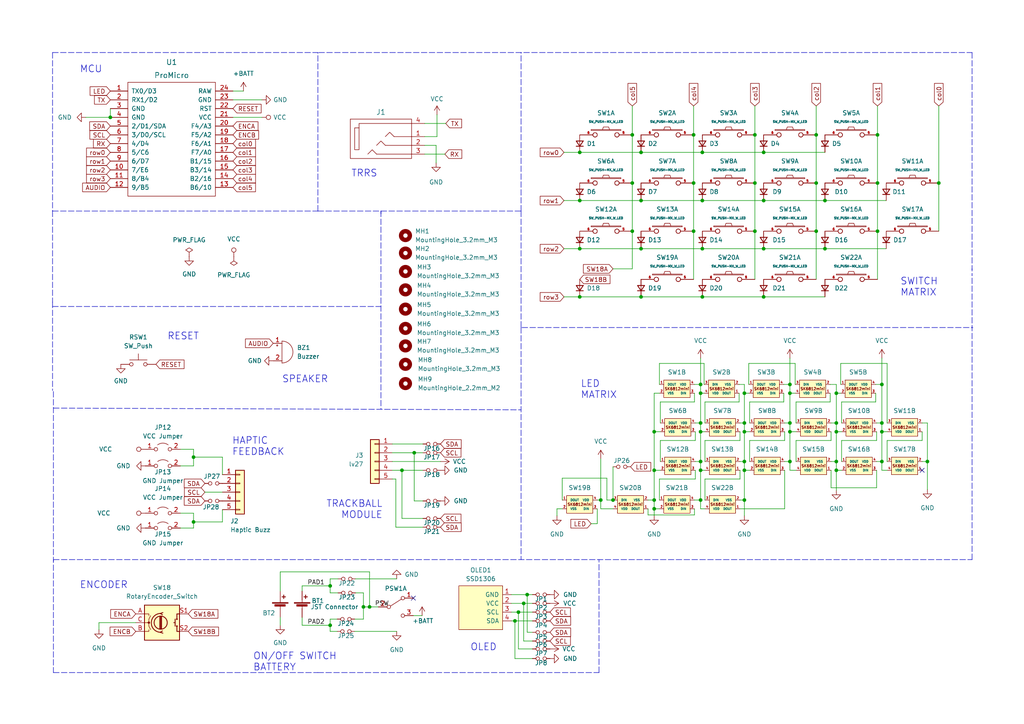
<source format=kicad_sch>
(kicad_sch (version 20231120) (generator "eeschema") (generator_version "8.0")
  (paper "A4")
  (title_block (title "Klor Split Keyboard") (date "2022-06-21") (rev "1.3") (comment 1 "Schematic based on Sofle") (comment 2 "Author: GEIST"))
  (junction (at 185.928 86.106))
  (junction (at 174.244 145.034))
  (junction (at 189.738 147.574))
  (junction (at 116.586 136.398))
  (junction (at 203.2 125.222))
  (junction (at 152.908 172.466))
  (junction (at 272.288 53.086))
  (junction (at 120.142 131.318))
  (junction (at 56.134 132.588))
  (junction (at 221.488 86.106))
  (junction (at 32.004 34.036))
  (junction (at 215.9 122.682))
  (junction (at 189.738 145.034))
  (junction (at 203.2 122.682))
  (junction (at 255.778 133.858))
  (junction (at 203.708 44.196))
  (junction (at 95.758 181.356))
  (junction (at 218.948 67.056))
  (junction (at 185.928 72.136))
  (junction (at 183.388 67.056))
  (junction (at 201.168 67.056))
  (junction (at 203.708 86.106))
  (junction (at 203.2 133.858))
  (junction (at 56.134 151.384))
  (junction (at 201.168 39.116))
  (junction (at 239.268 72.136))
  (junction (at 168.148 86.106))
  (junction (at 203.2 111.506))
  (junction (at 215.9 125.222))
  (junction (at 185.928 58.166))
  (junction (at 215.9 136.398))
  (junction (at 229.108 114.046))
  (junction (at 255.778 111.506))
  (junction (at 203.708 72.136))
  (junction (at 221.488 58.166))
  (junction (at 183.388 39.116))
  (junction (at 254.508 53.086))
  (junction (at 107.188 176.022))
  (junction (at 95.758 169.926))
  (junction (at 168.148 72.136))
  (junction (at 268.986 133.858))
  (junction (at 185.928 44.196))
  (junction (at 201.168 53.086))
  (junction (at 229.108 133.858))
  (junction (at 242.57 114.046))
  (junction (at 203.708 58.166))
  (junction (at 236.728 53.086))
  (junction (at 177.8 145.034))
  (junction (at 151.892 175.006))
  (junction (at 242.57 136.398))
  (junction (at 254.508 67.056))
  (junction (at 255.778 125.222))
  (junction (at 189.738 136.398))
  (junction (at 149.352 180.086))
  (junction (at 221.488 44.196))
  (junction (at 168.148 44.196))
  (junction (at 189.738 125.222))
  (junction (at 254.508 39.116))
  (junction (at 183.388 53.086))
  (junction (at 168.148 58.166))
  (junction (at 218.948 39.116))
  (junction (at 203.2 114.046))
  (junction (at 236.728 67.056))
  (junction (at 229.108 111.506))
  (junction (at 150.368 177.546))
  (junction (at 221.488 72.136))
  (junction (at 203.2 145.034))
  (junction (at 239.268 58.166))
  (junction (at 105.41 176.022))
  (junction (at 242.57 133.858))
  (junction (at 215.9 133.858))
  (junction (at 229.108 125.222))
  (junction (at 215.9 114.046))
  (junction (at 242.57 122.682))
  (junction (at 242.57 125.222))
  (junction (at 215.9 145.034))
  (junction (at 229.108 122.682))
  (junction (at 255.778 122.682))
  (junction (at 236.728 39.116))
  (junction (at 218.948 53.086))
  (junction (at 203.2 136.398))
  (no_connect (at 119.888 173.482))
  (no_connect (at 267.462 136.398))
  (wire (pts (xy 241.046 133.858) (xy 242.57 133.858)))
  (polyline (pts (xy 151.13 61.214) (xy 151.13 94.996)) (stroke (width 0) (type dash)))
  (wire (pts (xy 255.778 125.222) (xy 257.302 125.222)))
  (wire (pts (xy 105.41 176.022) (xy 105.41 179.578)))
  (wire (pts (xy 229.108 122.682) (xy 229.108 114.046)))
  (wire (pts (xy 214.376 114.046) (xy 214.376 116.586)))
  (wire (pts (xy 201.168 67.056) (xy 201.168 81.026)))
  (wire (pts (xy 215.9 125.222) (xy 217.424 125.222)))
  (wire (pts (xy 176.022 145.034) (xy 177.8 145.034)))
  (wire (pts (xy 151.892 185.928) (xy 154.432 185.928)))
  (wire (pts (xy 113.792 128.778) (xy 122.682 128.778)))
  (wire (pts (xy 203.2 122.682) (xy 203.2 114.046)))
  (wire (pts (xy 214.63 122.682) (xy 215.9 122.682)))
  (wire (pts (xy 39.37 180.594) (xy 28.702 180.594)))
  (wire (pts (xy 185.928 86.106) (xy 203.708 86.106)))
  (polyline (pts (xy 92.202 61.214) (xy 151.13 61.214)) (stroke (width 0) (type dash)))
  (wire (pts (xy 189.738 114.046) (xy 189.738 125.222)))
  (wire (pts (xy 183.388 77.978) (xy 183.388 67.056)))
  (wire (pts (xy 242.57 114.046) (xy 242.57 122.682)))
  (wire (pts (xy 176.022 138.684) (xy 176.022 145.034)))
  (wire (pts (xy 203.2 147.574) (xy 204.47 147.574)))
  (wire (pts (xy 56.134 130.302) (xy 52.324 130.302)))
  (wire (pts (xy 255.778 111.506) (xy 254 111.506)))
  (wire (pts (xy 242.57 133.858) (xy 242.57 136.398)))
  (wire (pts (xy 161.544 147.574) (xy 163.068 147.574)))
  (wire (pts (xy 189.738 136.398) (xy 189.738 145.034)))
  (wire (pts (xy 191.262 145.034) (xy 191.262 138.938)))
  (wire (pts (xy 203.2 103.886) (xy 203.2 111.506)))
  (wire (pts (xy 163.576 72.136) (xy 168.148 72.136)))
  (wire (pts (xy 242.57 111.506) (xy 242.57 114.046)))
  (wire (pts (xy 203.708 72.136) (xy 221.488 72.136)))
  (wire (pts (xy 217.424 122.682) (xy 217.424 116.586)))
  (wire (pts (xy 163.576 86.106) (xy 168.148 86.106)))
  (wire (pts (xy 67.564 28.956) (xy 75.946 28.956)))
  (wire (pts (xy 214.63 125.222) (xy 214.63 127.762)))
  (wire (pts (xy 187.96 149.352) (xy 201.422 149.352)))
  (wire (pts (xy 64.516 147.828) (xy 64.516 151.384)))
  (wire (pts (xy 214.63 133.858) (xy 215.9 133.858)))
  (wire (pts (xy 185.928 58.166) (xy 203.708 58.166)))
  (wire (pts (xy 254.508 30.734) (xy 254.508 39.116)))
  (polyline (pts (xy 92.456 15.24) (xy 193.548 15.24)) (stroke (width 0) (type dash)))
  (wire (pts (xy 203.2 125.222) (xy 203.2 122.682)))
  (wire (pts (xy 201.422 149.352) (xy 201.422 147.574)))
  (wire (pts (xy 177.8 77.978) (xy 183.388 77.978)))
  (wire (pts (xy 189.738 125.222) (xy 191.516 125.222)))
  (polyline (pts (xy 15.24 15.24) (xy 92.202 15.24)) (stroke (width 0) (type dash)))
  (polyline (pts (xy 193.548 15.24) (xy 281.94 15.24)) (stroke (width 0) (type dash)))
  (polyline (pts (xy 173.736 195.072) (xy 173.736 162.306)) (stroke (width 0) (type dash)))
  (wire (pts (xy 267.462 122.682) (xy 268.986 122.682)))
  (wire (pts (xy 171.45 151.892) (xy 173.228 151.892)))
  (wire (pts (xy 217.424 127.762) (xy 227.584 127.762)))
  (wire (pts (xy 149.352 191.008) (xy 154.432 191.008)))
  (wire (pts (xy 229.108 103.886) (xy 229.108 111.506)))
  (wire (pts (xy 227.584 127.762) (xy 227.584 125.222)))
  (wire (pts (xy 168.148 58.166) (xy 185.928 58.166)))
  (wire (pts (xy 255.778 122.682) (xy 255.778 125.222)))
  (wire (pts (xy 203.708 58.166) (xy 221.488 58.166)))
  (wire (pts (xy 214.63 138.938) (xy 204.47 138.938)))
  (wire (pts (xy 126.746 33.274) (xy 126.746 39.624)))
  (polyline (pts (xy 15.24 15.24) (xy 15.24 61.214)) (stroke (width 0) (type dash)))
  (wire (pts (xy 191.262 138.938) (xy 201.676 138.938)))
  (wire (pts (xy 161.544 149.606) (xy 161.544 147.574)))
  (wire (pts (xy 239.268 58.166) (xy 257.048 58.166)))
  (wire (pts (xy 255.778 103.886) (xy 255.778 111.506)))
  (wire (pts (xy 257.302 127.762) (xy 257.302 133.858)))
  (wire (pts (xy 103.124 171.958) (xy 105.41 171.958)))
  (wire (pts (xy 254.254 136.398) (xy 254.254 141.478)))
  (wire (pts (xy 268.986 133.858) (xy 268.986 141.986)))
  (wire (pts (xy 56.134 153.162) (xy 56.134 151.384)))
  (wire (pts (xy 113.792 133.858) (xy 127.762 133.858)))
  (wire (pts (xy 189.738 125.222) (xy 189.738 136.398)))
  (wire (pts (xy 191.516 116.586) (xy 201.422 116.586)))
  (wire (pts (xy 123.19 44.704) (xy 129.032 44.704)))
  (wire (pts (xy 229.108 114.046) (xy 230.632 114.046)))
  (polyline (pts (xy 15.24 88.9) (xy 110.49 88.9)) (stroke (width 0) (type dash)))
  (wire (pts (xy 230.886 127.762) (xy 230.886 133.858)))
  (wire (pts (xy 56.134 135.128) (xy 56.134 132.588)))
  (wire (pts (xy 113.792 131.318) (xy 120.142 131.318)))
  (wire (pts (xy 148.336 177.546) (xy 150.368 177.546)))
  (wire (pts (xy 272.288 53.086) (xy 272.288 67.056)))
  (wire (pts (xy 163.068 138.684) (xy 176.022 138.684)))
  (wire (pts (xy 203.708 86.106) (xy 221.488 86.106)))
  (wire (pts (xy 268.986 122.682) (xy 268.986 133.858)))
  (wire (pts (xy 168.148 72.136) (xy 185.928 72.136)))
  (wire (pts (xy 203.2 114.046) (xy 204.216 114.046)))
  (wire (pts (xy 95.758 171.958) (xy 98.044 171.958)))
  (wire (pts (xy 255.778 125.222) (xy 255.778 133.858)))
  (wire (pts (xy 204.216 105.41) (xy 204.216 111.506)))
  (wire (pts (xy 230.886 116.586) (xy 230.886 122.682)))
  (wire (pts (xy 267.462 127.762) (xy 257.302 127.762)))
  (wire (pts (xy 105.41 176.022) (xy 107.188 176.022)))
  (wire (pts (xy 229.108 133.858) (xy 229.108 125.222)))
  (wire (pts (xy 187.96 145.034) (xy 189.738 145.034)))
  (wire (pts (xy 113.792 138.938) (xy 114.808 138.938)))
  (wire (pts (xy 149.352 180.086) (xy 149.352 191.008)))
  (wire (pts (xy 81.28 171.45) (xy 81.28 165.862)))
  (wire (pts (xy 221.488 58.166) (xy 239.268 58.166)))
  (wire (pts (xy 203.2 125.222) (xy 204.47 125.222)))
  (wire (pts (xy 236.728 30.734) (xy 236.728 39.116)))
  (wire (pts (xy 201.422 145.034) (xy 203.2 145.034)))
  (wire (pts (xy 173.228 151.892) (xy 173.228 147.574)))
  (wire (pts (xy 148.336 180.086) (xy 149.352 180.086)))
  (wire (pts (xy 243.84 105.41) (xy 257.302 105.41)))
  (wire (pts (xy 150.368 177.546) (xy 150.368 188.214)))
  (wire (pts (xy 189.738 149.606) (xy 189.738 147.574)))
  (wire (pts (xy 189.738 136.398) (xy 191.516 136.398)))
  (wire (pts (xy 126.492 42.164) (xy 123.19 42.164)))
  (wire (pts (xy 52.324 148.844) (xy 56.134 148.844)))
  (polyline (pts (xy 15.494 195.072) (xy 92.202 195.072)) (stroke (width 0) (type dash)))
  (wire (pts (xy 217.17 111.506) (xy 217.17 105.41)))
  (wire (pts (xy 56.134 151.384) (xy 64.516 151.384)))
  (wire (pts (xy 243.84 111.506) (xy 243.84 105.41)))
  (polyline (pts (xy 151.384 94.996) (xy 282.194 94.996)) (stroke (width 0) (type dash)))
  (wire (pts (xy 191.262 105.41) (xy 204.216 105.41)))
  (wire (pts (xy 183.388 53.086) (xy 183.388 67.056)))
  (wire (pts (xy 241.046 125.222) (xy 241.046 127.762)))
  (polyline (pts (xy 15.494 162.56) (xy 15.494 162.814)) (stroke (width 0) (type dash)))
  (polyline (pts (xy 15.24 87.63) (xy 15.24 113.284)) (stroke (width 0) (type dash)))
  (wire (pts (xy 203.2 133.858) (xy 203.2 136.398)))
  (wire (pts (xy 120.142 131.318) (xy 122.682 131.318)))
  (wire (pts (xy 173.228 145.034) (xy 174.244 145.034)))
  (wire (pts (xy 191.516 127.762) (xy 201.676 127.762)))
  (wire (pts (xy 203.708 44.196) (xy 221.488 44.196)))
  (wire (pts (xy 257.302 105.41) (xy 257.302 122.682)))
  (wire (pts (xy 215.9 136.398) (xy 217.424 136.398)))
  (wire (pts (xy 215.9 114.046) (xy 215.9 122.682)))
  (wire (pts (xy 64.516 137.668) (xy 64.516 132.588)))
  (wire (pts (xy 113.792 136.398) (xy 116.586 136.398)))
  (wire (pts (xy 217.17 105.41) (xy 230.632 105.41)))
  (wire (pts (xy 189.738 147.574) (xy 191.262 147.574)))
  (wire (pts (xy 227.584 122.682) (xy 229.108 122.682)))
  (wire (pts (xy 214.376 116.586) (xy 204.47 116.586)))
  (wire (pts (xy 254.254 127.762) (xy 254.254 125.222)))
  (wire (pts (xy 215.9 133.858) (xy 215.9 136.398)))
  (wire (pts (xy 241.046 141.478) (xy 254.254 141.478)))
  (wire (pts (xy 255.778 136.398) (xy 257.302 136.398)))
  (wire (pts (xy 236.728 67.056) (xy 236.728 81.026)))
  (wire (pts (xy 254 116.586) (xy 254 114.046)))
  (wire (pts (xy 242.57 122.682) (xy 242.57 125.222)))
  (wire (pts (xy 215.9 125.222) (xy 215.9 133.858)))
  (wire (pts (xy 24.892 34.036) (xy 32.004 34.036)))
  (wire (pts (xy 97.79 183.134) (xy 95.758 183.134)))
  (wire (pts (xy 150.368 188.214) (xy 154.432 188.214)))
  (wire (pts (xy 268.986 133.858) (xy 267.462 133.858)))
  (wire (pts (xy 203.2 114.046) (xy 203.2 111.506)))
  (wire (pts (xy 240.792 116.586) (xy 230.886 116.586)))
  (polyline (pts (xy 15.494 162.306) (xy 281.94 162.306)) (stroke (width 0) (type dash)))
  (wire (pts (xy 174.244 133.096) (xy 174.244 145.034)))
  (wire (pts (xy 215.9 136.398) (xy 215.9 145.034)))
  (wire (pts (xy 229.108 125.222) (xy 229.108 122.682)))
  (wire (pts (xy 191.516 133.858) (xy 191.516 127.762)))
  (wire (pts (xy 123.19 35.814) (xy 129.286 35.814)))
  (wire (pts (xy 187.96 147.574) (xy 187.96 149.352)))
  (wire (pts (xy 163.576 58.166) (xy 168.148 58.166)))
  (wire (pts (xy 215.9 111.506) (xy 215.9 114.046)))
  (wire (pts (xy 244.094 127.762) (xy 254.254 127.762)))
  (wire (pts (xy 95.758 183.134) (xy 95.758 181.356)))
  (wire (pts (xy 151.892 175.006) (xy 151.892 185.928)))
  (wire (pts (xy 254.508 53.086) (xy 254.508 67.056)))
  (polyline (pts (xy 110.49 61.214) (xy 110.49 61.976)) (stroke (width 0) (type dash)))
  (wire (pts (xy 64.516 132.588) (xy 56.134 132.588)))
  (wire (pts (xy 221.488 44.196) (xy 239.268 44.196)))
  (polyline (pts (xy 281.94 77.978) (xy 281.94 78.232)) (stroke (width 0) (type dash)))
  (wire (pts (xy 203.2 136.398) (xy 203.2 145.034)))
  (wire (pts (xy 95.758 167.894) (xy 95.758 169.926)))
  (wire (pts (xy 218.948 30.734) (xy 218.948 39.116)))
  (wire (pts (xy 185.928 72.136) (xy 203.708 72.136)))
  (wire (pts (xy 126.492 47.244) (xy 126.492 42.164)))
  (wire (pts (xy 148.336 172.466) (xy 152.908 172.466)))
  (wire (pts (xy 214.63 136.398) (xy 214.63 138.938)))
  (wire (pts (xy 56.134 132.588) (xy 56.134 130.302)))
  (wire (pts (xy 203.2 133.858) (xy 203.2 125.222)))
  (wire (pts (xy 229.108 111.506) (xy 227.33 111.506)))
  (wire (pts (xy 123.19 39.624) (xy 126.746 39.624)))
  (wire (pts (xy 105.41 171.958) (xy 105.41 176.022)))
  (wire (pts (xy 149.352 180.086) (xy 154.432 180.086)))
  (wire (pts (xy 221.488 86.106) (xy 239.268 86.106)))
  (wire (pts (xy 201.422 116.586) (xy 201.422 114.046)))
  (wire (pts (xy 254.254 122.682) (xy 255.778 122.682)))
  (wire (pts (xy 52.324 153.162) (xy 56.134 153.162)))
  (wire (pts (xy 229.108 133.858) (xy 229.108 136.398)))
  (wire (pts (xy 87.63 181.356) (xy 95.758 181.356)))
  (wire (pts (xy 255.778 111.506) (xy 255.778 122.682)))
  (wire (pts (xy 102.87 179.578) (xy 105.41 179.578)))
  (wire (pts (xy 218.948 67.056) (xy 218.948 81.026)))
  (wire (pts (xy 201.168 53.086) (xy 201.168 67.056)))
  (wire (pts (xy 203.2 136.398) (xy 204.47 136.398)))
  (wire (pts (xy 168.148 86.106) (xy 185.928 86.106)))
  (wire (pts (xy 120.142 131.318) (xy 120.142 145.288)))
  (wire (pts (xy 242.57 125.222) (xy 244.094 125.222)))
  (wire (pts (xy 201.168 30.734) (xy 201.168 39.116)))
  (wire (pts (xy 152.908 183.388) (xy 152.908 172.466)))
  (wire (pts (xy 267.462 125.222) (xy 267.462 127.762)))
  (wire (pts (xy 183.388 39.116) (xy 183.388 53.086)))
  (polyline (pts (xy 281.94 162.306) (xy 281.94 79.756)) (stroke (width 0) (type dash)))
  (wire (pts (xy 227.33 116.586) (xy 227.33 114.046)))
  (wire (pts (xy 174.244 145.034) (xy 174.244 147.574)))
  (wire (pts (xy 98.044 167.894) (xy 95.758 167.894)))
  (wire (pts (xy 242.57 136.398) (xy 244.094 136.398)))
  (wire (pts (xy 218.948 39.116) (xy 218.948 53.086)))
  (polyline (pts (xy 110.49 61.214) (xy 110.49 118.618)) (stroke (width 0) (type dash)))
  (wire (pts (xy 244.094 122.682) (xy 244.094 116.586)))
  (wire (pts (xy 254.508 39.116) (xy 254.508 53.086)))
  (wire (pts (xy 174.244 147.574) (xy 177.8 147.574)))
  (wire (pts (xy 150.368 177.546) (xy 154.432 177.546)))
  (wire (pts (xy 201.676 127.762) (xy 201.676 125.222)))
  (wire (pts (xy 230.632 105.41) (xy 230.632 111.506)))
  (wire (pts (xy 244.094 116.586) (xy 254 116.586)))
  (wire (pts (xy 229.108 136.398) (xy 230.886 136.398)))
  (wire (pts (xy 119.888 178.562) (xy 122.428 178.562)))
  (wire (pts (xy 95.758 179.578) (xy 97.79 179.578)))
  (wire (pts (xy 204.47 127.762) (xy 204.47 133.858)))
  (wire (pts (xy 201.168 39.116) (xy 201.168 53.086)))
  (wire (pts (xy 221.488 72.136) (xy 239.268 72.136)))
  (wire (pts (xy 241.046 122.682) (xy 242.57 122.682)))
  (wire (pts (xy 116.586 136.398) (xy 116.586 150.368)))
  (wire (pts (xy 214.63 145.034) (xy 215.9 145.034)))
  (wire (pts (xy 229.108 114.046) (xy 229.108 111.506)))
  (wire (pts (xy 203.2 145.034) (xy 203.2 147.574)))
  (wire (pts (xy 185.928 44.196) (xy 203.708 44.196)))
  (wire (pts (xy 236.728 39.116) (xy 236.728 53.086)))
  (wire (pts (xy 215.9 145.034) (xy 215.9 149.606)))
  (wire (pts (xy 215.9 122.682) (xy 215.9 125.222)))
  (wire (pts (xy 102.87 183.134) (xy 115.062 183.134)))
  (wire (pts (xy 191.262 111.506) (xy 191.262 105.41)))
  (wire (pts (xy 255.778 136.398) (xy 255.778 133.858)))
  (wire (pts (xy 95.758 169.926) (xy 95.758 171.958)))
  (wire (pts (xy 236.728 53.086) (xy 236.728 67.056)))
  (wire (pts (xy 148.336 175.006) (xy 151.892 175.006)))
  (wire (pts (xy 122.682 145.288) (xy 120.142 145.288)))
  (wire (pts (xy 218.948 53.086) (xy 218.948 67.056)))
  (wire (pts (xy 177.8 135.382) (xy 177.8 145.034)))
  (wire (pts (xy 227.584 147.574) (xy 227.584 136.398)))
  (wire (pts (xy 217.424 133.858) (xy 217.424 127.762)))
  (wire (pts (xy 215.9 114.046) (xy 217.17 114.046)))
  (wire (pts (xy 241.046 127.762) (xy 230.886 127.762)))
  (wire (pts (xy 214.376 111.506) (xy 215.9 111.506)))
  (wire (pts (xy 189.738 145.034) (xy 189.738 147.574)))
  (wire (pts (xy 214.63 147.574) (xy 227.584 147.574)))
  (wire (pts (xy 56.134 148.844) (xy 56.134 151.384)))
  (wire (pts (xy 239.268 72.136) (xy 257.048 72.136)))
  (polyline (pts (xy 151.13 61.214) (xy 151.13 15.24)) (stroke (width 0) (type dash)))
  (wire (pts (xy 201.676 138.938) (xy 201.676 136.398)))
  (wire (pts (xy 59.436 142.748) (xy 64.516 142.748)))
  (wire (pts (xy 168.148 44.196) (xy 185.928 44.196)))
  (wire (pts (xy 229.108 125.222) (xy 230.886 125.222)))
  (wire (pts (xy 151.892 175.006) (xy 154.432 175.006)))
  (polyline (pts (xy 151.13 94.996) (xy 151.13 162.306)) (stroke (width 0) (type dash)))
  (wire (pts (xy 254.508 67.056) (xy 254.508 81.026)))
  (polyline (pts (xy 15.494 118.364) (xy 151.13 118.872)) (stroke (width 0) (type dash)))
  (polyline (pts (xy 15.494 113.538) (xy 15.494 195.072)) (stroke (width 0) (type dash)))
  (wire (pts (xy 87.63 169.926) (xy 95.758 169.926)))
  (wire (pts (xy 242.57 136.398) (xy 242.57 142.24)))
  (wire (pts (xy 107.188 176.022) (xy 109.728 176.022)))
  (wire (pts (xy 254.254 133.858) (xy 255.778 133.858)))
  (wire (pts (xy 227.584 133.858) (xy 229.108 133.858)))
  (wire (pts (xy 163.576 44.196) (xy 168.148 44.196)))
  (polyline (pts (xy 281.94 15.24) (xy 281.94 79.756)) (stroke (width 0) (type dash)))
  (wire (pts (xy 52.324 135.128) (xy 56.134 135.128)))
  (wire (pts (xy 103.124 167.894) (xy 115.062 167.894)))
  (wire (pts (xy 122.682 152.908) (xy 114.808 152.908)))
  (wire (pts (xy 152.908 183.388) (xy 154.432 183.388)))
  (wire (pts (xy 87.63 171.45) (xy 87.63 169.926)))
  (wire (pts (xy 214.63 127.762) (xy 204.47 127.762)))
  (wire (pts (xy 28.702 180.594) (xy 28.702 182.626)))
  (wire (pts (xy 87.63 179.07) (xy 87.63 181.356)))
  (wire (pts (xy 81.28 179.07) (xy 81.28 181.356)))
  (wire (pts (xy 240.792 111.506) (xy 242.57 111.506)))
  (wire (pts (xy 217.424 116.586) (xy 227.33 116.586)))
  (wire (pts (xy 272.288 30.734) (xy 272.288 53.086)))
  (wire (pts (xy 114.808 152.908) (xy 114.808 138.938)))
  (wire (pts (xy 242.57 114.046) (xy 243.84 114.046)))
  (wire (pts (xy 163.068 145.034) (xy 163.068 138.684)))
  (wire (pts (xy 67.564 34.036) (xy 75.946 34.036)))
  (wire (pts (xy 183.388 30.734) (xy 183.388 39.116)))
  (wire (pts (xy 204.47 138.938) (xy 204.47 145.034)))
  (wire (pts (xy 241.046 136.398) (xy 241.046 141.478)))
  (wire (pts (xy 191.516 122.682) (xy 191.516 116.586)))
  (wire (pts (xy 107.188 165.862) (xy 107.188 176.022)))
  (wire (pts (xy 95.758 181.356) (xy 95.758 179.578)))
  (wire (pts (xy 81.28 165.862) (xy 107.188 165.862)))
  (wire (pts (xy 240.792 114.046) (xy 240.792 116.586)))
  (wire (pts (xy 191.262 114.046) (xy 189.738 114.046)))
  (wire (pts (xy 203.2 111.506) (xy 201.422 111.506)))
  (wire (pts (xy 32.004 31.496) (xy 32.004 34.036)))
  (polyline (pts (xy 15.24 61.214) (xy 92.202 61.214)) (stroke (width 0) (type dash)))
  (wire (pts (xy 201.676 122.682) (xy 203.2 122.682)))
  (wire (pts (xy 242.57 125.222) (xy 242.57 133.858)))
  (wire (pts (xy 122.682 150.368) (xy 116.586 150.368)))
  (wire (pts (xy 116.586 136.398) (xy 122.682 136.398)))
  (wire (pts (xy 204.47 116.586) (xy 204.47 122.682)))
  (wire (pts (xy 244.094 133.858) (xy 244.094 127.762)))
  (wire (pts (xy 201.676 133.858) (xy 203.2 133.858)))
  (wire (pts (xy 67.564 26.416) (xy 70.612 26.416)))
  (wire (pts (xy 152.908 172.466) (xy 154.432 172.466)))
  (polyline (pts (xy 92.202 61.214) (xy 92.202 15.24)) (stroke (width 0) (type dash)))
  (polyline (pts (xy 92.202 195.072) (xy 173.736 195.072)) (stroke (width 0) (type dash)))
  (polyline (pts (xy 15.24 61.214) (xy 15.24 87.63)) (stroke (width 0) (type dash)))
  (text "SWITCH\nMATRIX" (at 261.112 86.106 0) (effects (font (size 2 2)) (justify left bottom)))
  (text "MCU" (at 23.114 21.336 0) (effects (font (size 2 2)) (justify left bottom)))
  (text "ON/OFF SWITCH\nBATTERY" (at 73.406 194.818 0) (effects (font (size 2 2)) (justify left bottom)))
  (text "HAPTIC\nFEEDBACK" (at 67.31 132.334 0) (effects (font (size 2 2)) (justify left bottom)))
  (text "ENCODER" (at 23.114 170.942 0) (effects (font (size 2 2)) (justify left bottom)))
  (text "OLED" (at 136.398 188.976 0) (effects (font (size 2 2)) (justify left bottom)))
  (text "LED\nMATRIX" (at 168.402 115.824 0) (effects (font (size 2 2)) (justify left bottom)))
  (text "TRRS" (at 101.854 51.562 0) (effects (font (size 2 2)) (justify left bottom)))
  (text "TRACKBALL\nMODULE" (at 110.998 150.622 0) (effects (font (size 2 2)) (justify right bottom)))
  (text "RESET" (at 48.514 98.806 0) (effects (font (size 2 2)) (justify left bottom)))
  (text "SPEAKER" (at 81.788 111.252 0) (effects (font (size 2 2)) (justify left bottom)))
  (label "PAD2" (at 89.154 181.356 0))
  (label "PSW" (at 108.712 176.022 0))
  (label "PAD1" (at 89.154 169.926 0))
  (global_label "SCL" (shape input) (at 127.762 131.318 0) (property "Intersheetrefs" "${INTERSHEET_REFS}" (effects (hide yes))))
  (global_label "TX" (shape input) (at 129.286 35.814 0) (property "Intersheetrefs" "${INTERSHEET_REFS}" (effects (hide yes))))
  (global_label "RX" (shape input) (at 129.032 44.704 0) (property "Intersheetrefs" "${INTERSHEET_REFS}" (effects (hide yes))))
  (global_label "SDA" (shape input) (at 32.004 36.576 180) (property "Intersheetrefs" "${INTERSHEET_REFS}" (effects (hide yes))))
  (global_label "col0" (shape input) (at 272.288 30.734 90) (property "Intersheetrefs" "${INTERSHEET_REFS}" (effects (hide yes))))
  (global_label "row2" (shape input) (at 163.576 72.136 180) (property "Intersheetrefs" "${INTERSHEET_REFS}" (effects (hide yes))))
  (global_label "TX" (shape input) (at 32.004 28.956 180) (property "Intersheetrefs" "${INTERSHEET_REFS}" (effects (hide yes))))
  (global_label "row3" (shape input) (at 163.576 86.106 180) (property "Intersheetrefs" "${INTERSHEET_REFS}" (effects (hide yes))))
  (global_label "SW18B" (shape input) (at 168.148 81.026 0) (property "Intersheetrefs" "${INTERSHEET_REFS}" (effects (hide yes))))
  (global_label "SDA" (shape input) (at 127.762 128.778 0) (property "Intersheetrefs" "${INTERSHEET_REFS}" (effects (hide yes))))
  (global_label "LED" (shape input) (at 182.88 135.382 0) (property "Intersheetrefs" "${INTERSHEET_REFS}" (effects (hide yes))))
  (global_label "col5" (shape input) (at 67.564 54.356 0) (property "Intersheetrefs" "${INTERSHEET_REFS}" (effects (hide yes))))
  (global_label "SDA" (shape input) (at 159.512 180.086 0) (property "Intersheetrefs" "${INTERSHEET_REFS}" (effects (hide yes))))
  (global_label "ENCA" (shape input) (at 39.37 178.054 180) (property "Intersheetrefs" "${INTERSHEET_REFS}" (effects (hide yes))))
  (global_label "col4" (shape input) (at 67.564 51.816 0) (property "Intersheetrefs" "${INTERSHEET_REFS}" (effects (hide yes))))
  (global_label "col0" (shape input) (at 67.564 41.656 0) (property "Intersheetrefs" "${INTERSHEET_REFS}" (effects (hide yes))))
  (global_label "SCL" (shape input) (at 32.004 39.116 180) (property "Intersheetrefs" "${INTERSHEET_REFS}" (effects (hide yes))))
  (global_label "RESET" (shape input) (at 45.212 105.664 0) (property "Intersheetrefs" "${INTERSHEET_REFS}" (effects (hide yes))))
  (global_label "col1" (shape input) (at 254.508 30.734 90) (property "Intersheetrefs" "${INTERSHEET_REFS}" (effects (hide yes))))
  (global_label "col2" (shape input) (at 236.728 30.734 90) (property "Intersheetrefs" "${INTERSHEET_REFS}" (effects (hide yes))))
  (global_label "row3" (shape input) (at 32.004 51.816 180) (property "Intersheetrefs" "${INTERSHEET_REFS}" (effects (hide yes))))
  (global_label "row2" (shape input) (at 32.004 49.276 180) (property "Intersheetrefs" "${INTERSHEET_REFS}" (effects (hide yes))))
  (global_label "row0" (shape input) (at 163.576 44.196 180) (property "Intersheetrefs" "${INTERSHEET_REFS}" (effects (hide yes))))
  (global_label "col4" (shape input) (at 201.168 30.734 90) (property "Intersheetrefs" "${INTERSHEET_REFS}" (effects (hide yes))))
  (global_label "row0" (shape input) (at 32.004 44.196 180) (property "Intersheetrefs" "${INTERSHEET_REFS}" (effects (hide yes))))
  (global_label "SCL" (shape input) (at 127.762 150.368 0) (property "Intersheetrefs" "${INTERSHEET_REFS}" (effects (hide yes))))
  (global_label "SCL" (shape input) (at 159.512 177.546 0) (property "Intersheetrefs" "${INTERSHEET_REFS}" (effects (hide yes))))
  (global_label "SDA" (shape input) (at 59.436 140.208 180) (property "Intersheetrefs" "${INTERSHEET_REFS}" (effects (hide yes))))
  (global_label "AUDIO" (shape input) (at 32.004 54.356 180) (property "Intersheetrefs" "${INTERSHEET_REFS}" (effects (hide yes))))
  (global_label "col3" (shape input) (at 218.948 30.734 90) (property "Intersheetrefs" "${INTERSHEET_REFS}" (effects (hide yes))))
  (global_label "ENCB" (shape input) (at 67.564 39.116 0) (property "Intersheetrefs" "${INTERSHEET_REFS}" (effects (hide yes))))
  (global_label "SCL" (shape input) (at 159.512 185.928 0) (property "Intersheetrefs" "${INTERSHEET_REFS}" (effects (hide yes))))
  (global_label "SDA" (shape input) (at 159.512 183.388 0) (property "Intersheetrefs" "${INTERSHEET_REFS}" (effects (hide yes))))
  (global_label "col5" (shape input) (at 183.388 30.734 90) (property "Intersheetrefs" "${INTERSHEET_REFS}" (effects (hide yes))))
  (global_label "RESET" (shape input) (at 67.564 31.496 0) (property "Intersheetrefs" "${INTERSHEET_REFS}" (effects (hide yes))))
  (global_label "LED" (shape input) (at 171.45 151.892 180) (property "Intersheetrefs" "${INTERSHEET_REFS}" (effects (hide yes))))
  (global_label "SDA" (shape input) (at 127.762 152.908 0) (property "Intersheetrefs" "${INTERSHEET_REFS}" (effects (hide yes))))
  (global_label "SW18A" (shape input) (at 54.61 178.054 0) (property "Intersheetrefs" "${INTERSHEET_REFS}" (effects (hide yes))))
  (global_label "SDA" (shape input) (at 59.436 145.288 180) (property "Intersheetrefs" "${INTERSHEET_REFS}" (effects (hide yes))))
  (global_label "row1" (shape input) (at 163.576 58.166 180) (property "Intersheetrefs" "${INTERSHEET_REFS}" (effects (hide yes))))
  (global_label "ENCB" (shape input) (at 39.37 183.134 180) (property "Intersheetrefs" "${INTERSHEET_REFS}" (effects (hide yes))))
  (global_label "col2" (shape input) (at 67.564 46.736 0) (property "Intersheetrefs" "${INTERSHEET_REFS}" (effects (hide yes))))
  (global_label "SW18A" (shape input) (at 177.8 77.978 180) (property "Intersheetrefs" "${INTERSHEET_REFS}" (effects (hide yes))))
  (global_label "SW18B" (shape input) (at 54.61 183.134 0) (property "Intersheetrefs" "${INTERSHEET_REFS}" (effects (hide yes))))
  (global_label "ENCA" (shape input) (at 67.564 36.576 0) (property "Intersheetrefs" "${INTERSHEET_REFS}" (effects (hide yes))))
  (global_label "col3" (shape input) (at 67.564 49.276 0) (property "Intersheetrefs" "${INTERSHEET_REFS}" (effects (hide yes))))
  (global_label "row1" (shape input) (at 32.004 46.736 180) (property "Intersheetrefs" "${INTERSHEET_REFS}" (effects (hide yes))))
  (global_label "col1" (shape input) (at 67.564 44.196 0) (property "Intersheetrefs" "${INTERSHEET_REFS}" (effects (hide yes))))
  (global_label "LED" (shape input) (at 32.004 26.416 180) (property "Intersheetrefs" "${INTERSHEET_REFS}" (effects (hide yes))))
  (global_label "AUDIO" (shape input) (at 79.248 99.568 180) (property "Intersheetrefs" "${INTERSHEET_REFS}" (effects (hide yes))))
  (global_label "RX" (shape input) (at 32.004 41.656 180) (property "Intersheetrefs" "${INTERSHEET_REFS}" (effects (hide yes))))
  (global_label "SCL" (shape input) (at 59.436 142.748 180) (property "Intersheetrefs" "${INTERSHEET_REFS}" (effects (hide yes))))
  (symbol (lib_id "KLORlib:SW_PUSH-MX_W_LED") (at 196.596 123.952 0) (unit 2)
    (property "Reference" "SW6" (at 196.596 119.126 0))
    (property "Value" "SW_PUSH-MX_W_LED" (effects (hide yes)))
    (property "Footprint" "KLOR:SK6812MINI_and_cherry" (effects (hide yes)))
  )
  (symbol (lib_id "KLORlib:SW_PUSH-MX_W_LED") (at 196.342 146.304 0) (unit 2)
    (property "Reference" "SW21" (at 196.342 141.478 0))
    (property "Value" "SW_PUSH-MX_W_LED" (effects (hide yes)))
    (property "Footprint" "KLOR:SK6812MINI_and_cherry" (effects (hide yes)))
  )
  (symbol (lib_id "power:GND") (at 159.512 191.008 90) (unit 1)
    (property "Reference" "#PWR015" (effects (hide yes)))
    (property "Value" "GND" (at 163.322 191.0079 90) (effects (justify right)))
  )
  (symbol (lib_id "Device:D_Small") (at 203.708 41.656 90) (unit 1)
    (property "Reference" "D3" (at 205.74 41.6559 90) (effects (justify right)))
    (property "Value" "D_Small" (effects (hide yes)))
    (property "Footprint" "KLOR:Diode_SOD123" (effects (hide yes)))
  )
  (symbol (lib_id "power:+BATT") (at 70.612 26.416 0) (unit 1)
    (property "Reference" "#PWR0109" (effects (hide yes)))
    (property "Value" "+BATT" (at 70.612 21.336 0))
  )
  (symbol (lib_id "Mechanical:MountingHole") (at 117.602 89.662 0) (unit 1)
    (property "Reference" "MH5" (at 120.904 88.3919 0) (effects (justify left)))
    (property "Value" "MountingHole_3.2mm_M3" (at 120.904 90.9319 0) (effects (justify left)))
    (property "Footprint" "MountingHole:MountingHole_3.2mm_M3" (effects (hide yes)))
  )
  (symbol (lib_id "Device:Buzzer") (at 81.788 102.108 0) (unit 1)
    (property "Reference" "BZ1" (at 86.106 100.8379 0) (effects (justify left)))
    (property "Value" "Buzzer" (at 86.106 103.3779 0) (effects (justify left)))
    (property "Footprint" "KLOR:Buzzer_Mallory_AST1109MLTRQ_reversible" (effects (hide yes)))
  )
  (symbol (lib_id "Mechanical:MountingHole") (at 117.602 105.664 0) (unit 1)
    (property "Reference" "MH8" (at 121.158 104.3939 0) (effects (justify left)))
    (property "Value" "MountingHole_3.2mm_M3" (at 121.158 106.9339 0) (effects (justify left)))
    (property "Footprint" "MountingHole:MountingHole_3.2mm_M3" (effects (hide yes)))
  )
  (symbol (lib_id "KLORlib:SW_PUSH-MX_W_LED") (at 211.328 67.056 0) (unit 1)
    (property "Reference" "SW14" (at 211.328 60.706 0))
    (property "Value" "SW_PUSH-MX_W_LED" (at 211.328 63.246 0) (effects (font (size 0.635 0.635))))
    (property "Footprint" "KLOR:SK6812MINI_and_cherry" (effects (hide yes)))
  )
  (symbol (lib_id "KLORlib:SW_PUSH-MX_W_LED") (at 193.548 67.056 0) (unit 1)
    (property "Reference" "SW13" (at 193.548 60.706 0))
    (property "Value" "SW_PUSH-MX_W_LED" (at 193.548 63.246 0) (effects (font (size 0.635 0.635))))
    (property "Footprint" "KLOR:SK6812MINI_and_cherry" (effects (hide yes)))
  )
  (symbol (lib_id "Device:D_Small") (at 239.268 69.596 90) (unit 1)
    (property "Reference" "D16" (at 242.062 69.5959 90) (effects (justify right)))
    (property "Value" "D_Small" (effects (hide yes)))
    (property "Footprint" "KLOR:Diode_SOD123" (effects (hide yes)))
  )
  (symbol (lib_id "Device:D_Small") (at 203.708 83.566 90) (unit 1)
    (property "Reference" "D20" (at 205.74 83.5659 90) (effects (justify right)))
    (property "Value" "D_Small" (effects (hide yes)))
    (property "Footprint" "KLOR:Diode_SOD123" (effects (hide yes)))
  )
  (symbol (lib_id "power:GND") (at 35.052 105.664 0) (unit 1)
    (property "Reference" "#PWR014" (effects (hide yes)))
    (property "Value" "GND" (at 35.052 110.49 0))
  )
  (symbol (lib_id "SofleKeyboard-cache:power_VCC") (at 67.818 74.422 0) (unit 1)
    (property "Reference" "#PWR017" (effects (hide yes)))
    (property "Value" "VCC" (at 67.818 69.342 0))
  )
  (symbol (lib_id "Device:D_Small") (at 168.148 83.566 90) (unit 1)
    (property "Reference" "D18" (at 170.18 83.5659 90) (effects (justify right)))
    (property "Value" "D_Small" (effects (hide yes)))
    (property "Footprint" "KLOR:Diode_SOD123" (effects (hide yes)))
  )
  (symbol (lib_id "KLORlib:SW_PUSH-MX_W_LED") (at 235.966 123.952 180) (unit 2)
    (property "Reference" "SW9" (at 235.966 119.126 0))
    (property "Value" "SW_PUSH-MX_W_LED" (effects (hide yes)))
    (property "Footprint" "KLOR:SK6812MINI_and_cherry" (effects (hide yes)))
  )
  (symbol (lib_id "KLORlib:SW_PUSH-MX_W_LED") (at 211.328 39.116 0) (unit 1)
    (property "Reference" "SW3" (at 211.328 32.766 0))
    (property "Value" "SW_PUSH-MX_W_LED" (at 211.328 35.306 0) (effects (font (size 0.635 0.635))))
    (property "Footprint" "KLOR:SK6812MINI_and_cherry" (effects (hide yes)))
  )
  (symbol (lib_id "Switch:SW_DPDT_x2") (at 114.808 176.022 0) (unit 1)
    (property "Reference" "PSW1" (at 114.808 170.688 0))
    (property "Value" "SW_DPDT_x2" (effects (hide yes)))
    (property "Footprint" "KLOR:MSK12C02_reversible" (effects (hide yes)))
  )
  (symbol (lib_id "KLORlib:SW_PUSH-MX_W_LED") (at 246.888 67.056 0) (unit 1)
    (property "Reference" "SW16" (at 246.888 60.706 0))
    (property "Value" "SW_PUSH-MX_W_LED" (at 246.888 63.246 0) (effects (font (size 0.635 0.635))))
    (property "Footprint" "KLOR:SK6812MINI_and_cherry" (effects (hide yes)))
  )
  (symbol (lib_id "KLORlib:SW_PUSH-MX_W_LED") (at 193.548 81.026 0) (unit 1)
    (property "Reference" "SW19" (at 193.548 74.676 0))
    (property "Value" "SW_PUSH-MX_W_LED" (at 193.548 77.216 0) (effects (font (size 0.635 0.635))))
    (property "Footprint" "KLOR:SK6812MINI_and_cherry" (effects (hide yes)))
  )
  (symbol (lib_id "Connector_Generic:Conn_01x05") (at 108.712 133.858 0) (mirror y) (unit 1)
    (property "Reference" "J3" (at 105.41 132.08 0) (effects (justify left)))
    (property "Value" "lv27" (at 105.41 134.62 0) (effects (justify left)))
    (property "Footprint" "KLOR:lvc27_onlyInput" (effects (hide yes)))
  )
  (symbol (lib_id "KLORlib:Device_Jumper_NO_Small") (at 100.584 171.958 0) (unit 1)
    (property "Reference" "JP23" (at 100.584 173.228 0))
    (property "Value" "Device_Jumper_NO_Small" (effects (hide yes)))
    (property "Footprint" "KLOR:Jumper" (effects (hide yes)))
  )
  (symbol (lib_id "power:+BATT") (at 122.428 178.562 0) (unit 1)
    (property "Reference" "#PWR0104" (effects (hide yes)))
    (property "Value" "+BATT" (at 122.682 180.086 0))
  )
  (symbol (lib_id "KLORlib:MJ-4PP-9 TRRS") (at 111.76 39.624 0) (unit 1)
    (property "Reference" "J1" (at 110.49 32.512 0) (effects (font (size 1.524 1.524))))
    (property "Value" "MJ-4PP-9" (effects (hide yes)))
    (property "Footprint" "KLOR:MJ-4PP-9" (effects (hide yes)))
  )
  (symbol (lib_id "power:GND") (at 75.946 28.956 90) (unit 1)
    (property "Reference" "#PWR0103" (effects (hide yes)))
    (property "Value" "GND" (at 79.248 28.9559 90) (effects (justify right)))
  )
  (symbol (lib_id "KLORlib:Device_Jumper_NO_Small") (at 61.976 145.288 0) (unit 1)
    (property "Reference" "JP28" (at 61.214 147.066 0))
    (property "Value" "Device_Jumper_NO_Small" (effects (hide yes)))
    (property "Footprint" "KLOR:Jumper" (effects (hide yes)))
  )
  (symbol (lib_id "KLORlib:SW_PUSH-MX_W_LED") (at 222.504 123.952 0) (unit 2)
    (property "Reference" "SW8" (at 222.504 119.126 0))
    (property "Value" "SW_PUSH-MX_W_LED" (effects (hide yes)))
    (property "Footprint" "KLOR:SK6812MINI_and_cherry" (effects (hide yes)))
  )
  (symbol (lib_id "SSD1306-128x64_OLED:SSD1306") (at 139.446 176.276 270) (unit 1)
    (property "Reference" "OLED1" (at 139.446 165.354 90))
    (property "Value" "SSD1306" (at 139.446 167.894 90))
    (property "Footprint" "KLOR:SSD1306_128x64OLED" (effects (hide yes)))
  )
  (symbol (lib_id "KLORlib:Device_Jumper_NO_Small") (at 156.972 191.008 0) (unit 1)
    (property "Reference" "JP8" (at 156.972 192.278 0))
    (property "Value" "Device_Jumper_NO_Small" (effects (hide yes)))
    (property "Footprint" "KLOR:Jumper" (effects (hide yes)))
  )
  (symbol (lib_id "Device:D_Small") (at 221.488 55.626 90) (unit 1)
    (property "Reference" "D9" (at 224.028 55.6259 90) (effects (justify right)))
    (property "Value" "D_Small" (effects (hide yes)))
    (property "Footprint" "KLOR:Diode_SOD123" (effects (hide yes)))
  )
  (symbol (lib_id "KLORlib:SW_PUSH-MX_W_LED") (at 229.108 67.056 0) (unit 1)
    (property "Reference" "SW15" (at 229.108 60.706 0))
    (property "Value" "SW_PUSH-MX_W_LED" (at 229.108 63.246 0) (effects (font (size 0.635 0.635))))
    (property "Footprint" "KLOR:SK6812MINI_and_cherry" (effects (hide yes)))
  )
  (symbol (lib_id "KLORlib:SW_PUSH-MX_W_LED") (at 182.88 146.304 180) (unit 2)
    (property "Reference" "SW20" (at 182.88 141.478 0))
    (property "Value" "SW_PUSH-MX_W_LED" (effects (hide yes)))
    (property "Footprint" "KLOR:SK6812MINI_and_cherry" (effects (hide yes)))
  )
  (symbol (lib_id "power:VCC") (at 255.778 103.886 0) (unit 1)
    (property "Reference" "#PWR0110" (effects (hide yes)))
    (property "Value" "VCC" (at 255.778 98.806 0))
  )
  (symbol (lib_id "Mechanical:MountingHole") (at 117.602 84.074 0) (unit 1)
    (property "Reference" "MH4" (at 120.904 82.8039 0) (effects (justify left)))
    (property "Value" "MountingHole_3.2mm_M3" (at 120.904 85.3439 0) (effects (justify left)))
    (property "Footprint" "MountingHole:MountingHole_3.2mm_M3" (effects (hide yes)))
  )
  (symbol (lib_id "Switch:SW_Push") (at 40.132 105.664 0) (unit 1)
    (property "Reference" "RSW1" (at 40.132 97.79 0))
    (property "Value" "SW_Push" (at 40.132 100.33 0))
    (property "Footprint" "KLOR:SW_Push_1P1T-MP_NO_Horizontal_Alps_SKRTLAE010_both_sides" (effects (hide yes)))
  )
  (symbol (lib_id "Device:D_Small") (at 221.488 41.656 90) (unit 1)
    (property "Reference" "D4" (at 223.52 41.6559 90) (effects (justify right)))
    (property "Value" "D_Small" (effects (hide yes)))
    (property "Footprint" "KLOR:Diode_SOD123" (effects (hide yes)))
  )
  (symbol (lib_id "power:GND") (at 81.28 181.356 0) (unit 1)
    (property "Reference" "#PWR0119" (effects (hide yes)))
    (property "Value" "GND" (at 81.28 186.436 0))
  )
  (symbol (lib_id "Jumper:Jumper_2_Open") (at 47.244 135.128 0) (unit 1)
    (property "Reference" "JP13" (at 47.244 136.906 0))
    (property "Value" "GND Jumper" (at 47.244 139.446 0))
    (property "Footprint" "KLOR:Jumper" (effects (hide yes)))
  )
  (symbol (lib_id "KLORlib:SW_PUSH-MX_W_LED") (at 222.504 135.128 0) (unit 2)
    (property "Reference" "SW14" (at 222.504 130.302 0))
    (property "Value" "SW_PUSH-MX_W_LED" (effects (hide yes)))
    (property "Footprint" "KLOR:SK6812MINI_and_cherry" (effects (hide yes)))
  )
  (symbol (lib_id "Device:D_Small") (at 185.928 55.626 90) (unit 1)
    (property "Reference" "D7" (at 187.96 55.6259 90) (effects (justify right)))
    (property "Value" "D_Small" (effects (hide yes)))
    (property "Footprint" "KLOR:Diode_SOD123" (effects (hide yes)))
  )
  (symbol (lib_id "Device:D_Small") (at 221.488 69.596 90) (unit 1)
    (property "Reference" "D15" (at 224.028 69.5959 90) (effects (justify right)))
    (property "Value" "D_Small" (effects (hide yes)))
    (property "Footprint" "KLOR:Diode_SOD123" (effects (hide yes)))
  )
  (symbol (lib_id "power:GND") (at 268.986 141.986 0) (unit 1)
    (property "Reference" "#PWR0115" (effects (hide yes)))
    (property "Value" "GND" (at 268.986 147.32 0))
  )
  (symbol (lib_id "power:GND") (at 28.702 182.626 0) (unit 1)
    (property "Reference" "#PWR020" (effects (hide yes)))
    (property "Value" "GND" (at 28.702 187.96 0))
  )
  (symbol (lib_id "KLORlib:Device_Jumper_NO_Small") (at 100.33 179.578 0) (unit 1)
    (property "Reference" "JP24" (at 100.33 180.848 0))
    (property "Value" "Device_Jumper_NO_Small" (effects (hide yes)))
    (property "Footprint" "KLOR:Jumper" (effects (hide yes)))
  )
  (symbol (lib_id "KLORlib:SW_PUSH-MX_W_LED") (at 175.768 53.086 0) (unit 1)
    (property "Reference" "SW6" (at 175.768 46.736 0))
    (property "Value" "SW_PUSH-MX_W_LED" (at 175.768 49.276 0) (effects (font (size 0.635 0.635))))
    (property "Footprint" "KLOR:SK6812MINI_and_cherry" (effects (hide yes)))
  )
  (symbol (lib_id "Device:D_Small") (at 185.928 83.566 90) (unit 1)
    (property "Reference" "D19" (at 187.96 83.5659 90) (effects (justify right)))
    (property "Value" "D_Small" (effects (hide yes)))
    (property "Footprint" "KLOR:Diode_SOD123" (effects (hide yes)))
  )
  (symbol (lib_id "Device:D_Small") (at 168.148 55.626 90) (unit 1)
    (property "Reference" "D6" (at 170.18 55.6259 90) (effects (justify right)))
    (property "Value" "D_Small" (effects (hide yes)))
    (property "Footprint" "KLOR:Diode_SOD123" (effects (hide yes)))
  )
  (symbol (lib_id "power:GND") (at 115.062 183.134 0) (unit 1)
    (property "Reference" "#PWR0108" (effects (hide yes)))
    (property "Value" "GND" (at 115.062 188.468 0))
  )
  (symbol (lib_id "KLORlib:SW_PUSH-MX_W_LED") (at 222.25 112.776 0) (unit 2)
    (property "Reference" "SW3" (at 222.25 107.95 0))
    (property "Value" "SW_PUSH-MX_W_LED" (effects (hide yes)))
    (property "Footprint" "KLOR:SK6812MINI_and_cherry" (effects (hide yes)))
  )
  (symbol (lib_id "SofleKeyboard-cache:power_VCC") (at 42.164 148.844 90) (unit 1)
    (property "Reference" "#PWR06" (effects (hide yes)))
    (property "Value" "VCC" (at 28.194 148.844 90) (effects (justify right)))
  )
  (symbol (lib_id "power:GND") (at 189.738 149.606 0) (unit 1)
    (property "Reference" "#PWR0118" (effects (hide yes)))
    (property "Value" "GND" (at 189.738 154.94 0))
  )
  (symbol (lib_id "KLORlib:SW_PUSH-MX_W_LED") (at 248.92 112.776 0) (unit 2)
    (property "Reference" "SW5" (at 248.92 107.95 0))
    (property "Value" "SW_PUSH-MX_W_LED" (effects (hide yes)))
    (property "Footprint" "KLOR:SK6812MINI_and_cherry" (effects (hide yes)))
  )
  (symbol (lib_id "Device:Battery_Cell") (at 81.28 176.53 0) (unit 1)
    (property "Reference" "BT2" (at 77.978 177.8 0))
    (property "Value" "Battery_Cell" (effects (hide yes)))
    (property "Footprint" "KLOR:custombatteryconnector_small" (effects (hide yes)))
  )
  (symbol (lib_id "Device:D_Small") (at 168.148 41.656 90) (unit 1)
    (property "Reference" "D1" (at 170.18 41.6559 90) (effects (justify right)))
    (property "Value" "D_Small" (effects (hide yes)))
    (property "Footprint" "KLOR:Diode_SOD123" (effects (hide yes)))
  )
  (symbol (lib_id "KLORlib:SW_PUSH-MX_W_LED") (at 235.712 112.776 180) (unit 2)
    (property "Reference" "SW4" (at 235.712 107.95 0))
    (property "Value" "SW_PUSH-MX_W_LED" (effects (hide yes)))
    (property "Footprint" "KLOR:SK6812MINI_and_cherry" (effects (hide yes)))
  )
  (symbol (lib_id "Device:RotaryEncoder_Switch") (at 46.99 180.594 0) (unit 1)
    (property "Reference" "SW18" (at 46.99 170.434 0))
    (property "Value" "RotaryEncoder_Switch" (at 46.99 172.974 0))
    (property "Footprint" "KLOR:RotaryEncoder_Alps_EC11E-Switch_Vertical_H20mm-keebio_modified" (effects (hide yes)))
  )
  (symbol (lib_id "power:VCC") (at 159.512 175.006 270) (unit 1)
    (property "Reference" "#PWR012" (effects (hide yes)))
    (property "Value" "VCC" (at 163.322 175.0059 90) (effects (justify left)))
  )
  (symbol (lib_id "Device:D_Small") (at 239.268 41.656 90) (unit 1)
    (property "Reference" "D5" (at 241.3 41.6559 90) (effects (justify right)))
    (property "Value" "D_Small" (effects (hide yes)))
    (property "Footprint" "KLOR:Diode_SOD123" (effects (hide yes)))
  )
  (symbol (lib_id "KLORlib:SW_PUSH-MX_W_LED") (at 209.55 123.952 180) (unit 2)
    (property "Reference" "SW7" (at 209.55 119.126 0))
    (property "Value" "SW_PUSH-MX_W_LED" (effects (hide yes)))
    (property "Footprint" "KLOR:SK6812MINI_and_cherry" (effects (hide yes)))
  )
  (symbol (lib_id "KLORlib:SW_PUSH-MX_W_LED") (at 168.148 146.304 0) (unit 2)
    (property "Reference" "SW19" (at 168.148 141.478 0))
    (property "Value" "SW_PUSH-MX_W_LED" (effects (hide yes)))
    (property "Footprint" "KLOR:SK6812MINI_and_cherry" (effects (hide yes)))
  )
  (symbol (lib_id "SofleKeyboard-cache:power_VCC") (at 75.946 34.036 270) (unit 1)
    (property "Reference" "#PWR0102" (effects (hide yes)))
    (property "Value" "VCC" (at 79.248 34.0359 90) (effects (justify left)))
  )
  (symbol (lib_id "KLORlib:Device_Jumper_NO_Small") (at 156.972 185.928 0) (unit 1)
    (property "Reference" "JP6" (at 156.972 186.944 0))
    (property "Value" "Device_Jumper_NO_Small" (effects (hide yes)))
    (property "Footprint" "KLOR:Jumper" (effects (hide yes)))
  )
  (symbol (lib_id "Device:D_Small") (at 221.488 83.566 90) (unit 1)
    (property "Reference" "D21" (at 224.028 83.5659 90) (effects (justify right)))
    (property "Value" "D_Small" (effects (hide yes)))
    (property "Footprint" "KLOR:Diode_SOD123" (effects (hide yes)))
  )
  (symbol (lib_id "Mechanical:MountingHole") (at 117.602 73.406 0) (unit 1)
    (property "Reference" "MH2" (at 120.396 72.1359 0) (effects (justify left)))
    (property "Value" "MountingHole_3.2mm_M3" (at 120.396 74.6759 0) (effects (justify left)))
    (property "Footprint" "MountingHole:MountingHole_3.2mm_M3" (effects (hide yes)))
  )
  (symbol (lib_id "Device:D_Small") (at 185.928 41.656 90) (unit 1)
    (property "Reference" "D2" (at 187.96 41.6559 90) (effects (justify right)))
    (property "Value" "D_Small" (effects (hide yes)))
    (property "Footprint" "KLOR:Diode_SOD123" (effects (hide yes)))
  )
  (symbol (lib_id "KLORlib:Device_Jumper_NO_Small") (at 125.222 152.908 0) (unit 1)
    (property "Reference" "JP21" (at 125.222 154.178 0))
    (property "Value" "Device_Jumper_NO_Small" (effects (hide yes)))
    (property "Footprint" "KLOR:Jumper" (effects (hide yes)))
  )
  (symbol (lib_id "Mechanical:MountingHole") (at 117.602 111.252 0) (unit 1)
    (property "Reference" "MH9" (at 121.158 109.9819 0) (effects (justify left)))
    (property "Value" "MountingHole_2.2mm_M2" (at 121.158 112.5219 0) (effects (justify left)))
    (property "Footprint" "MountingHole:MountingHole_2.2mm_M2" (effects (hide yes)))
  )
  (symbol (lib_id "KLORlib:SW_PUSH-MX_W_LED") (at 193.548 53.086 0) (unit 1)
    (property "Reference" "SW7" (at 193.548 46.736 0))
    (property "Value" "SW_PUSH-MX_W_LED" (at 193.548 49.276 0) (effects (font (size 0.635 0.635))))
    (property "Footprint" "KLOR:SK6812MINI_and_cherry" (effects (hide yes)))
  )
  (symbol (lib_id "power:GND") (at 42.164 153.162 270) (unit 1)
    (property "Reference" "#PWR07" (effects (hide yes)))
    (property "Value" "GND" (at 37.846 153.1619 90) (effects (justify right)))
  )
  (symbol (lib_id "Jumper:Jumper_2_Open") (at 47.244 153.162 0) (unit 1)
    (property "Reference" "JP15" (at 47.244 154.94 0))
    (property "Value" "GND Jumper" (at 47.244 157.48 0))
    (property "Footprint" "KLOR:Jumper" (effects (hide yes)))
  )
  (symbol (lib_id "KLORlib:Device_Jumper_NO_Small") (at 156.972 177.546 0) (unit 1)
    (property "Reference" "JP3" (at 156.972 178.816 0))
    (property "Value" "Device_Jumper_NO_Small" (effects (hide yes)))
    (property "Footprint" "KLOR:Jumper" (effects (hide yes)))
  )
  (symbol (lib_id "KLORlib:Device_Jumper_NO_Small") (at 100.33 183.134 0) (unit 1)
    (property "Reference" "JP25" (at 100.33 184.404 0))
    (property "Value" "Device_Jumper_NO_Small" (effects (hide yes)))
    (property "Footprint" "KLOR:Jumper" (effects (hide yes)))
  )
  (symbol (lib_id "Device:D_Small") (at 257.048 69.596 90) (unit 1)
    (property "Reference" "D17" (at 259.08 69.5959 90) (effects (justify right)))
    (property "Value" "D_Small" (effects (hide yes)))
    (property "Footprint" "KLOR:Diode_SOD123" (effects (hide yes)))
  )
  (symbol (lib_id "Device:D_Small") (at 168.148 69.596 90) (unit 1)
    (property "Reference" "D12" (at 170.18 69.5959 90) (effects (justify right)))
    (property "Value" "D_Small" (effects (hide yes)))
    (property "Footprint" "KLOR:Diode_SOD123" (effects (hide yes)))
  )
  (symbol (lib_id "KLORlib:Device_Jumper_NO_Small") (at 156.972 188.214 0) (unit 1)
    (property "Reference" "JP7" (at 156.972 189.484 0))
    (property "Value" "Device_Jumper_NO_Small" (effects (hide yes)))
    (property "Footprint" "KLOR:Jumper" (effects (hide yes)))
  )
  (symbol (lib_id "power:VCC") (at 229.108 103.886 0) (unit 1)
    (property "Reference" "#PWR0114" (effects (hide yes)))
    (property "Value" "VCC" (at 229.108 98.806 0))
  )
  (symbol (lib_id "KLORlib:SW_PUSH-MX_W_LED") (at 229.108 81.026 0) (unit 1)
    (property "Reference" "SW21" (at 229.108 74.676 0))
    (property "Value" "SW_PUSH-MX_W_LED" (at 229.108 77.216 0) (effects (font (size 0.635 0.635))))
    (property "Footprint" "KLOR:SK6812MINI_and_cherry" (effects (hide yes)))
  )
  (symbol (lib_id "KLORlib:Device_Jumper_NO_Small") (at 156.972 172.466 0) (unit 1)
    (property "Reference" "JP1" (at 156.972 173.736 0))
    (property "Value" "Device_Jumper_NO_Small" (effects (hide yes)))
    (property "Footprint" "KLOR:Jumper" (effects (hide yes)))
  )
  (symbol (lib_id "Device:D_Small") (at 185.928 69.596 90) (unit 1)
    (property "Reference" "D13" (at 187.96 69.5959 90) (effects (justify right)))
    (property "Value" "D_Small" (effects (hide yes)))
    (property "Footprint" "KLOR:Diode_SOD123" (effects (hide yes)))
  )
  (symbol (lib_id "KLORlib:SW_PUSH-MX_W_LED") (at 235.966 135.128 180) (unit 2)
    (property "Reference" "SW15" (at 235.966 130.302 0))
    (property "Value" "SW_PUSH-MX_W_LED" (effects (hide yes)))
    (property "Footprint" "KLOR:SK6812MINI_and_cherry" (effects (hide yes)))
  )
  (symbol (lib_id "power:GND") (at 215.9 149.606 0) (unit 1)
    (property "Reference" "#PWR0116" (effects (hide yes)))
    (property "Value" "GND" (at 215.9 154.94 0))
  )
  (symbol (lib_id "KLORlib:Device_Jumper_NO_Small") (at 125.222 136.398 0) (unit 1)
    (property "Reference" "JP18" (at 125.222 137.668 0))
    (property "Value" "Device_Jumper_NO_Small" (effects (hide yes)))
    (property "Footprint" "KLOR:Jumper" (effects (hide yes)))
  )
  (symbol (lib_id "KLORlib:SW_PUSH-MX_W_LED") (at 264.668 67.056 0) (unit 1)
    (property "Reference" "SW17" (at 264.668 60.706 0))
    (property "Value" "SW_PUSH-MX_W_LED" (at 264.668 63.246 0) (effects (font (size 0.635 0.635))))
    (property "Footprint" "KLOR:SK6812MINI_and_cherry" (effects (hide yes)))
  )
  (symbol (lib_id "KLORlib:SW_PUSH-MX_W_LED") (at 229.108 53.086 0) (unit 1)
    (property "Reference" "SW9" (at 229.108 46.736 0))
    (property "Value" "SW_PUSH-MX_W_LED" (at 229.108 49.276 0) (effects (font (size 0.635 0.635))))
    (property "Footprint" "KLOR:SK6812MINI_and_cherry" (effects (hide yes)))
  )
  (symbol (lib_id "Mechanical:MountingHole") (at 117.602 95.25 0) (unit 1)
    (property "Reference" "MH6" (at 120.904 93.9799 0) (effects (justify left)))
    (property "Value" "MountingHole_3.2mm_M3" (at 120.904 96.5199 0) (effects (justify left)))
    (property "Footprint" "MountingHole:MountingHole_3.2mm_M3" (effects (hide yes)))
  )
  (symbol (lib_id "KLORlib:SW_PUSH-MX_W_LED") (at 246.888 53.086 0) (unit 1)
    (property "Reference" "SW10" (at 246.888 46.736 0))
    (property "Value" "SW_PUSH-MX_W_LED" (at 246.888 49.276 0) (effects (font (size 0.635 0.635))))
    (property "Footprint" "KLOR:SK6812MINI_and_cherry" (effects (hide yes)))
  )
  (symbol (lib_id "KLORlib:Device_Jumper_NO_Small") (at 125.222 131.318 0) (unit 1)
    (property "Reference" "JP17" (at 125.222 132.588 0))
    (property "Value" "Device_Jumper_NO_Small" (effects (hide yes)))
    (property "Footprint" "KLOR:Jumper" (effects (hide yes)))
  )
  (symbol (lib_id "KLORlib:SW_PUSH-MX_W_LED") (at 209.55 146.304 180) (unit 2)
    (property "Reference" "SW22" (at 209.55 141.478 0))
    (property "Value" "SW_PUSH-MX_W_LED" (effects (hide yes)))
    (property "Footprint" "KLOR:SK6812MINI_and_cherry" (effects (hide yes)))
  )
  (symbol (lib_id "power:GND") (at 42.164 135.128 270) (unit 1)
    (property "Reference" "#PWR02" (effects (hide yes)))
    (property "Value" "GND" (at 37.846 135.1279 90) (effects (justify right)))
  )
  (symbol (lib_id "KLORlib:SW_PUSH-MX_W_LED") (at 209.296 112.776 180) (unit 2)
    (property "Reference" "SW2" (at 209.296 107.95 0))
    (property "Value" "SW_PUSH-MX_W_LED" (effects (hide yes)))
    (property "Footprint" "KLOR:SK6812MINI_and_cherry" (effects (hide yes)))
  )
  (symbol (lib_id "KLORlib:SW_PUSH-MX_W_LED") (at 193.548 39.116 0) (unit 1)
    (property "Reference" "SW2" (at 193.548 32.766 0))
    (property "Value" "SW_PUSH-MX_W_LED" (at 193.548 35.306 0) (effects (font (size 0.635 0.635))))
    (property "Footprint" "KLOR:SK6812MINI_and_cherry" (effects (hide yes)))
  )
  (symbol (lib_id "KLORlib:SW_PUSH-MX_W_LED") (at 175.768 39.116 0) (unit 1)
    (property "Reference" "SW1" (at 175.768 32.766 0))
    (property "Value" "SW_PUSH-MX_W_LED" (at 175.768 35.306 0) (effects (font (size 0.635 0.635))))
    (property "Footprint" "KLOR:SK6812MINI_and_cherry" (effects (hide yes)))
  )
  (symbol (lib_id "Connector_Generic:Conn_01x05") (at 69.596 142.748 0) (unit 1)
    (property "Reference" "J2" (at 66.802 151.13 0) (effects (justify left)))
    (property "Value" "Haptic Buzz" (at 66.802 153.67 0) (effects (justify left)))
    (property "Footprint" "KLOR:Pimoroni Haptic Buzz DRV2605L Driver" (effects (hide yes)))
  )
  (symbol (lib_id "power:GND") (at 79.248 104.648 270) (unit 1)
    (property "Reference" "#PWR010" (effects (hide yes)))
    (property "Value" "GND" (at 75.946 104.6479 90) (effects (justify right)))
  )
  (symbol (lib_id "power:VCC") (at 174.244 133.096 0) (unit 1)
    (property "Reference" "#PWR0111" (effects (hide yes)))
    (property "Value" "VCC" (at 174.244 128.016 0))
  )
  (symbol (lib_id "KLORlib:Device_Jumper_NO_Small") (at 100.584 167.894 0) (unit 1)
    (property "Reference" "JP22" (at 100.584 169.164 0))
    (property "Value" "Device_Jumper_NO_Small" (effects (hide yes)))
    (property "Footprint" "KLOR:Jumper" (effects (hide yes)))
  )
  (symbol (lib_id "Device:D_Small") (at 203.708 69.596 90) (unit 1)
    (property "Reference" "D14" (at 205.74 69.5959 90) (effects (justify right)))
    (property "Value" "D_Small" (effects (hide yes)))
    (property "Footprint" "KLOR:Diode_SOD123" (effects (hide yes)))
  )
  (symbol (lib_id "Device:D_Small") (at 257.048 55.626 90) (unit 1)
    (property "Reference" "D11" (at 258.826 55.6259 90) (effects (justify right)))
    (property "Value" "D_Small" (effects (hide yes)))
    (property "Footprint" "KLOR:Diode_SOD123" (effects (hide yes)))
  )
  (symbol (lib_id "power:GND") (at 115.062 167.894 180) (unit 1)
    (property "Reference" "#PWR0121" (effects (hide yes)))
    (property "Value" "GND" (at 117.348 166.6239 0) (effects (justify right)))
  )
  (symbol (lib_id "KLORlib:SW_PUSH-MX_W_LED") (at 246.888 39.116 0) (unit 1)
    (property "Reference" "SW5" (at 246.888 32.766 0))
    (property "Value" "SW_PUSH-MX_W_LED" (at 246.888 35.306 0) (effects (font (size 0.635 0.635))))
    (property "Footprint" "KLOR:SK6812MINI_and_cherry" (effects (hide yes)))
  )
  (symbol (lib_id "KLORlib:SW_PUSH-MX_W_LED") (at 264.668 53.086 0) (unit 1)
    (property "Reference" "SW11" (at 264.668 46.736 0))
    (property "Value" "SW_PUSH-MX_W_LED" (at 264.668 49.276 0) (effects (font (size 0.635 0.635))))
    (property "Footprint" "KLOR:SK6812MINI_and_cherry" (effects (hide yes)))
  )
  (symbol (lib_id "power:VCC") (at 203.2 103.886 0) (unit 1)
    (property "Reference" "#PWR0113" (effects (hide yes)))
    (property "Value" "VCC" (at 203.2 98.806 0))
  )
  (symbol (lib_id "KLORlib:SW_PUSH-MX_W_LED") (at 249.174 123.952 0) (unit 2)
    (property "Reference" "SW10" (at 249.174 119.126 0))
    (property "Value" "SW_PUSH-MX_W_LED" (effects (hide yes)))
    (property "Footprint" "KLOR:SK6812MINI_and_cherry" (effects (hide yes)))
  )
  (symbol (lib_id "power:VCC") (at 126.746 33.274 0) (unit 1)
    (property "Reference" "#PWR08" (effects (hide yes)))
    (property "Value" "VCC" (at 126.746 28.702 0))
  )
  (symbol (lib_id "KLORlib:SW_PUSH-MX_W_LED") (at 196.342 112.776 0) (unit 2)
    (property "Reference" "SW1" (at 196.342 107.95 0))
    (property "Value" "SW_PUSH-MX_W_LED" (effects (hide yes)))
    (property "Footprint" "KLOR:SK6812MINI_and_cherry" (effects (hide yes)))
  )
  (symbol (lib_id "power:GND") (at 127.762 136.398 90) (unit 1)
    (property "Reference" "#PWR0106" (effects (hide yes)))
    (property "Value" "GND" (at 131.572 136.3979 90) (effects (justify right)))
  )
  (symbol (lib_id "KLORlib:Device_Jumper_NO_Small") (at 61.976 140.208 0) (unit 1)
    (property "Reference" "JP27" (at 61.468 138.176 0))
    (property "Value" "Device_Jumper_NO_Small" (effects (hide yes)))
    (property "Footprint" "KLOR:Jumper" (effects (hide yes)))
  )
  (symbol (lib_id "power:VCC") (at 159.512 188.214 270) (unit 1)
    (property "Reference" "#PWR013" (effects (hide yes)))
    (property "Value" "VCC" (at 163.068 188.2139 90) (effects (justify left)))
  )
  (symbol (lib_id "power:VCC") (at 127.762 133.858 270) (unit 1)
    (property "Reference" "#PWR0107" (effects (hide yes)))
    (property "Value" "VCC" (at 131.318 133.8579 90) (effects (justify left)))
  )
  (symbol (lib_id "Jumper:Jumper_2_Open") (at 47.244 130.302 0) (unit 1)
    (property "Reference" "JP12" (at 47.244 123.952 0))
    (property "Value" "VCC Jumper" (at 47.244 126.492 0))
    (property "Footprint" "KLOR:Jumper" (effects (hide yes)))
  )
  (symbol (lib_id "Device:D_Small") (at 239.268 55.626 90) (unit 1)
    (property "Reference" "D10" (at 242.062 55.6259 90) (effects (justify right)))
    (property "Value" "D_Small" (effects (hide yes)))
    (property "Footprint" "KLOR:Diode_SOD123" (effects (hide yes)))
  )
  (symbol (lib_id "KLORlib:SW_PUSH-MX_W_LED") (at 209.55 135.128 180) (unit 2)
    (property "Reference" "SW13" (at 209.55 130.302 0))
    (property "Value" "SW_PUSH-MX_W_LED" (effects (hide yes)))
    (property "Footprint" "KLOR:SK6812MINI_and_cherry" (effects (hide yes)))
  )
  (symbol (lib_id "KLORlib:Device_Jumper_NO_Small") (at 156.972 183.388 0) (unit 1)
    (property "Reference" "JP5" (at 156.972 184.658 0))
    (property "Value" "Device_Jumper_NO_Small" (effects (hide yes)))
    (property "Footprint" "KLOR:Jumper" (effects (hide yes)))
  )
  (symbol (lib_id "KLORlib:SW_PUSH-MX_W_LED") (at 175.768 67.056 0) (unit 1)
    (property "Reference" "SW12" (at 175.768 60.706 0))
    (property "Value" "SW_PUSH-MX_W_LED" (at 175.768 63.246 0) (effects (font (size 0.635 0.635))))
    (property "Footprint" "KLOR:SK6812MINI_and_cherry" (effects (hide yes)))
  )
  (symbol (lib_id "power:PWR_FLAG") (at 54.864 74.422 0) (unit 1)
    (property "Reference" "#FLG01" (effects (hide yes)))
    (property "Value" "PWR_FLAG" (at 54.864 69.596 0))
  )
  (symbol (lib_id "SofleKeyboard-cache:power_VCC") (at 42.164 130.302 90) (unit 1)
    (property "Reference" "#PWR01" (effects (hide yes)))
    (property "Value" "VCC" (at 28.702 130.302 90) (effects (justify right)))
  )
  (symbol (lib_id "KLORlib:Device_Jumper_NO_Small") (at 125.222 145.288 0) (unit 1)
    (property "Reference" "JP19" (at 125.222 146.558 0))
    (property "Value" "Device_Jumper_NO_Small" (effects (hide yes)))
    (property "Footprint" "KLOR:Jumper" (effects (hide yes)))
  )
  (symbol (lib_id "power:GND") (at 159.512 172.466 90) (unit 1)
    (property "Reference" "#PWR011" (effects (hide yes)))
    (property "Value" "GND" (at 163.322 172.4659 90) (effects (justify right)))
  )
  (symbol (lib_id "Device:Battery_Cell") (at 87.63 176.53 0) (unit 1)
    (property "Reference" "BT1" (at 92.202 174.244 0))
    (property "Value" "JST Connector" (at 97.028 176.022 0))
    (property "Footprint" "KLOR:JST_PH_reversible" (effects (hide yes)))
  )
  (symbol (lib_id "power:GND") (at 126.492 47.244 0) (unit 1)
    (property "Reference" "#PWR09" (effects (hide yes)))
    (property "Value" "GND" (at 126.492 52.832 0))
  )
  (symbol (lib_id "Mechanical:MountingHole") (at 117.602 100.33 0) (unit 1)
    (property "Reference" "MH7" (at 120.904 99.0599 0) (effects (justify left)))
    (property "Value" "MountingHole_3.2mm_M3" (at 120.904 101.5999 0) (effects (justify left)))
    (property "Footprint" "MountingHole:MountingHole_3.2mm_M3" (effects (hide yes)))
  )
  (symbol (lib_id "KLORlib:Device_Jumper_NO_Small") (at 156.972 175.006 0) (unit 1)
    (property "Reference" "JP2" (at 156.972 176.276 0))
    (property "Value" "Device_Jumper_NO_Small" (effects (hide yes)))
    (property "Footprint" "KLOR:Jumper" (effects (hide yes)))
  )
  (symbol (lib_id "power:GND") (at 24.892 34.036 270) (unit 1)
    (property "Reference" "#PWR0101" (effects (hide yes)))
    (property "Value" "GND" (at 20.828 34.0359 90) (effects (justify right)))
  )
  (symbol (lib_id "Device:D_Small") (at 203.708 55.626 90) (unit 1)
    (property "Reference" "D8" (at 205.74 55.6259 90) (effects (justify right)))
    (property "Value" "D_Small" (effects (hide yes)))
    (property "Footprint" "KLOR:Diode_SOD123" (effects (hide yes)))
  )
  (symbol (lib_id "KLORlib:Device_Jumper_NO_Small") (at 180.34 135.382 0) (unit 1)
    (property "Reference" "JP26" (at 180.34 133.604 0))
    (property "Value" "Device_Jumper_NO_Small" (effects (hide yes)))
    (property "Footprint" "KLOR:Jumper" (effects (hide yes)))
  )
  (symbol (lib_id "power:GND") (at 242.57 142.24 0) (unit 1)
    (property "Reference" "#PWR0117" (effects (hide yes)))
    (property "Value" "GND" (at 242.57 147.574 0))
  )
  (symbol (lib_id "KLORlib:SW_PUSH-MX_W_LED") (at 262.382 135.128 180) (unit 2)
    (property "Reference" "SW17" (at 262.382 130.302 0))
    (property "Value" "SW_PUSH-MX_W_LED" (effects (hide yes)))
    (property "Footprint" "KLOR:SK6812MINI_and_cherry" (effects (hide yes)))
  )
  (symbol (lib_id "KLORlib:SW_PUSH-MX_W_LED") (at 246.888 81.026 0) (unit 1)
    (property "Reference" "SW22" (at 246.888 74.676 0))
    (property "Value" "SW_PUSH-MX_W_LED" (at 246.888 77.216 0) (effects (font (size 0.635 0.635))))
    (property "Footprint" "KLOR:SK6812MINI_and_cherry" (effects (hide yes)))
  )
  (symbol (lib_id "KLORlib:SW_PUSH-MX_W_LED") (at 211.328 81.026 0) (unit 1)
    (property "Reference" "SW20" (at 211.328 74.676 0))
    (property "Value" "SW_PUSH-MX_W_LED" (at 211.328 77.216 0) (effects (font (size 0.635 0.635))))
    (property "Footprint" "KLOR:SK6812MINI_and_cherry" (effects (hide yes)))
  )
  (symbol (lib_id "KLORlib:Device_Jumper_NO_Small") (at 156.972 180.086 0) (unit 1)
    (property "Reference" "JP4" (at 156.972 181.356 0))
    (property "Value" "Device_Jumper_NO_Small" (effects (hide yes)))
    (property "Footprint" "KLOR:Jumper" (effects (hide yes)))
  )
  (symbol (lib_id "Device:D_Small") (at 239.268 83.566 90) (unit 1)
    (property "Reference" "D22" (at 242.062 83.5659 90) (effects (justify right)))
    (property "Value" "D_Small" (effects (hide yes)))
    (property "Footprint" "KLOR:Diode_SOD123" (effects (hide yes)))
  )
  (symbol (lib_id "KLORlib:SW_PUSH-MX_W_LED") (at 262.382 123.952 180) (unit 2)
    (property "Reference" "SW11" (at 262.382 119.126 0))
    (property "Value" "SW_PUSH-MX_W_LED" (effects (hide yes)))
    (property "Footprint" "KLOR:SK6812MINI_and_cherry" (effects (hide yes)))
  )
  (symbol (lib_id "SofleKeyboard-cache:Device_Jumper_NO_Small") (at 125.222 150.368 0) (unit 1)
    (property "Reference" "JP20" (at 125.222 151.638 0))
    (property "Value" "Device_Jumper_NO_Small" (effects (hide yes)))
    (property "Footprint" "KLOR:Jumper" (effects (hide yes)))
  )
  (symbol (lib_id "Jumper:Jumper_2_Open") (at 47.244 148.844 0) (unit 1)
    (property "Reference" "JP14" (at 47.244 141.732 0))
    (property "Value" "VCC Jumper" (at 47.244 144.272 0))
    (property "Footprint" "KLOR:Jumper" (effects (hide yes)))
  )
  (symbol (lib_id "power:GND") (at 54.864 74.422 0) (unit 1)
    (property "Reference" "#PWR016" (effects (hide yes)))
    (property "Value" "GND" (at 54.864 79.502 0))
  )
  (symbol (lib_id "KLORlib:SW_PUSH-MX_W_LED") (at 249.174 135.128 0) (unit 2)
    (property "Reference" "SW16" (at 249.174 130.302 0))
    (property "Value" "SW_PUSH-MX_W_LED" (effects (hide yes)))
    (property "Footprint" "KLOR:SK6812MINI_and_cherry" (effects (hide yes)))
  )
  (symbol (lib_id "power:GND") (at 161.544 149.606 0) (unit 1)
    (property "Reference" "#PWR0112" (effects (hide yes)))
    (property "Value" "GND" (at 161.544 154.94 0))
  )
  (symbol (lib_id "Buzzard:ProMicro") (at 49.784 40.386 0) (unit 1)
    (property "Reference" "U1" (at 49.784 18.034 0) (effects (font (size 1.524 1.524))))
    (property "Value" "ProMicro" (at 49.784 21.844 0) (effects (font (size 1.524 1.524))))
    (property "Footprint" "KLOR:ProMicro" (effects (hide yes)))
  )
  (symbol (lib_id "Mechanical:MountingHole") (at 117.602 68.326 0) (unit 1)
    (property "Reference" "MH1" (at 120.396 67.0559 0) (effects (justify left)))
    (property "Value" "MountingHole_3.2mm_M3" (at 120.396 69.5959 0) (effects (justify left)))
    (property "Footprint" "MountingHole:MountingHole_3.2mm_M3" (effects (hide yes)))
  )
  (symbol (lib_id "KLORlib:SW_PUSH-MX_W_LED") (at 196.596 135.128 0) (unit 2)
    (property "Reference" "SW12" (at 196.596 130.302 0))
    (property "Value" "SW_PUSH-MX_W_LED" (effects (hide yes)))
    (property "Footprint" "KLOR:SK6812MINI_and_cherry" (effects (hide yes)))
  )
  (symbol (lib_id "KLORlib:SW_PUSH-MX_W_LED") (at 211.328 53.086 0) (unit 1)
    (property "Reference" "SW8" (at 211.328 46.736 0))
    (property "Value" "SW_PUSH-MX_W_LED" (at 211.328 49.276 0) (effects (font (size 0.635 0.635))))
    (property "Footprint" "KLOR:SK6812MINI_and_cherry" (effects (hide yes)))
  )
  (symbol (lib_id "power:PWR_FLAG") (at 67.818 74.422 180) (unit 1)
    (property "Reference" "#FLG02" (effects (hide yes)))
    (property "Value" "PWR_FLAG" (at 62.992 79.756 0) (effects (justify right)))
  )
  (symbol (lib_id "Mechanical:MountingHole") (at 117.602 78.74 0) (unit 1)
    (property "Reference" "MH3" (at 120.904 77.4699 0) (effects (justify left)))
    (property "Value" "MountingHole_3.2mm_M3" (at 120.904 80.0099 0) (effects (justify left)))
    (property "Footprint" "MountingHole:MountingHole_3.2mm_M3" (effects (hide yes)))
  )
  (symbol (lib_id "KLORlib:Device_Jumper_NO_Small") (at 125.222 128.778 0) (unit 1)
    (property "Reference" "JP16" (at 125.222 130.048 0))
    (property "Value" "Device_Jumper_NO_Small" (effects (hide yes)))
    (property "Footprint" "KLOR:Jumper" (effects (hide yes)))
  )
  (symbol (lib_id "power:GND") (at 127.762 145.288 90) (unit 1)
    (property "Reference" "#PWR0105" (effects (hide yes)))
    (property "Value" "GND" (at 131.572 145.2879 90) (effects (justify right)))
  )
  (symbol (lib_id "KLORlib:SW_PUSH-MX_W_LED") (at 229.108 39.116 0) (unit 1)
    (property "Reference" "SW4" (at 229.108 32.766 0))
    (property "Value" "SW_PUSH-MX_W_LED" (at 229.108 35.306 0) (effects (font (size 0.635 0.635))))
    (property "Footprint" "KLOR:SK6812MINI_and_cherry" (effects (hide yes)))
  )
)
</source>
